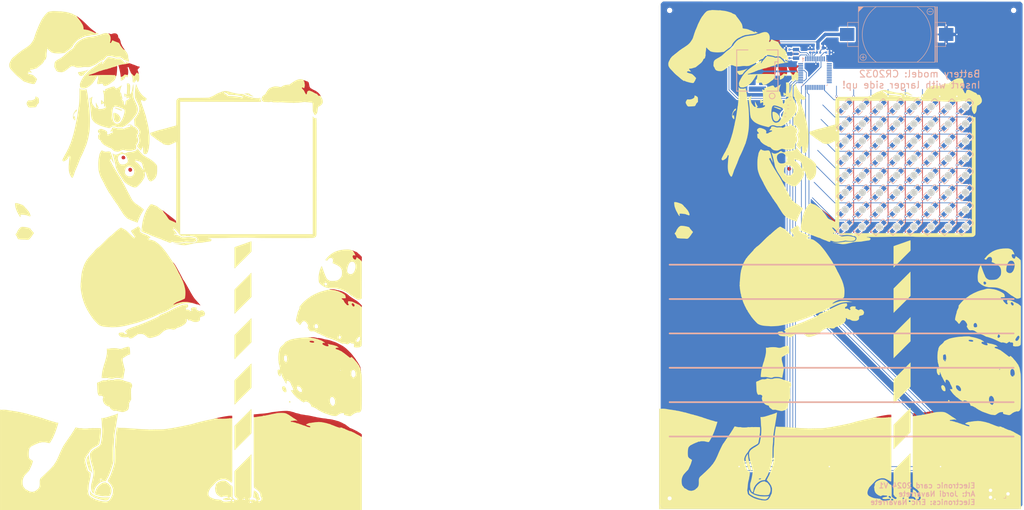
<source format=kicad_pcb>
(kicad_pcb (version 20241229) (generator "pcbnew") (generator_version "9.0")
  (title_block (comment 4 "AISLER Project ID: TZEMWLCF"))
  (layers (0 "F.Cu" signal) (2 "B.Cu" signal) (13 "F.Paste" user) (15 "B.Paste" user) (5 "F.SilkS" user "F.Silkscreen") (7 "B.SilkS" user "B.Silkscreen") (1 "F.Mask" user) (3 "B.Mask" user) (25 "Edge.Cuts" user))
  (net 0 "")
  (net 1 "GND")
  (net 2 "VCC")
  (net 3 "/R1")
  (net 4 "/R2")
  (net 5 "/R3")
  (net 6 "/R4")
  (net 7 "/R5")
  (net 8 "/R6")
  (net 9 "/R7")
  (net 10 "/SWCLK")
  (net 12 "/RESET")
  (net 13 "/SWDIO")
  (net 14 "/C1")
  (net 15 "Net-(U1-PC14)")
  (net 16 "/C2")
  (net 17 "Net-(U1-PC15)")
  (net 18 "/C3")
  (net 19 "/C4")
  (net 20 "/C5")
  (net 21 "/C6")
  (net 22 "/C7")
  (net 23 "/C0")
  (net 24 "/BTN1")
  (net 25 "/BTN2")
  (net 26 "/BTN3")
  (net 27 "/R0")
  (net 28 "Net-(U1-PA8)")
  (net 29 "Net-(U1-PA9{slash}NC)")
  (footprint "EN_Designs-Footprints:KH-6X6X5H-STM" (layer "F.Cu") (at 92.5 168 180)
    (property "Reference" "SW2" (hide yes))
    (property "Value" "SW_SPST" (hide yes))
  )
  (footprint "" (layer "F.Cu") (at 43 175)
    (property "Reference" "")
    (property "Value" "")
  )
  (footprint "EN_Designs-Footprints:JLC_PCB_Tooling_Hole" (layer "F.Cu") (at 143 33)
    (property "Reference" "REF**" (hide yes))
    (property "Value" "JLC_PCB_Tooling_Hole" (hide yes))
  )
  (footprint "EN_Designs-Footprints:jordi-christmas-girl" (layer "F.Cu") (at -99.1 104.3)
    (property "Reference" "Art" (hide yes))
    (property "Value" "Val**" (hide yes))
  )
  (footprint "EN_Designs-Footprints:KH-6X6X5H-STM" (layer "F.Cu") (at 60 168 180)
    (property "Reference" "SW1" (hide yes))
    (property "Value" "SW_SPST" (hide yes))
  )
  (footprint "EN_Designs-Footprints:jordi-christmas-girl" (layer "F.Cu") (at 92.5 104)
    (property "Reference" "Art" (hide yes))
    (property "Value" "Val**" (hide yes))
  )
  (footprint "" (layer "F.Cu") (at 43 33)
    (property "Reference" "")
    (property "Value" "")
  )
  (footprint "EN_Designs-Footprints:KH-6X6X5H-STM" (layer "F.Cu") (at 125 168 180)
    (property "Reference" "SW3" (hide yes))
    (property "Value" "SW_SPST" (hide yes))
  )
  (footprint "EN_Designs-Footprints:MHT151WDT" (layer "B.Cu") (at 109 86 -135)
    (property "Reference" "D45" (hide yes))
    (property "Value" "LED" (hide yes))
    (fp_circle (center 0 0) (end 0 1.05) (fill yes) (layer "Edge.Cuts"))
  )
  (footprint "EN_Designs-Footprints:MHT151WDT" (layer "B.Cu") (at 124 86.062499 -135)
    (property "Reference" "D42" (hide yes))
    (property "Value" "LED" (hide yes))
    (fp_circle (center 0 0) (end 0 1.05) (fill yes) (layer "Edge.Cuts"))
  )
  (footprint "EN_Designs-Footprints:MHT151WDT" (layer "B.Cu") (at 109 96 -135)
    (property "Reference" "D61" (hide yes))
    (property "Value" "LED" (hide yes))
    (fp_circle (center 0 0) (end 0 1.05) (fill yes) (layer "Edge.Cuts"))
  )
  (footprint "EN_Designs-Footprints:MHT151WDT" (layer "B.Cu") (at 104 86.062499 -135)
    (property "Reference" "D46" (hide yes))
    (property "Value" "LED" (hide yes))
    (fp_circle (center 0 0) (end 0 1.05) (fill yes) (layer "Edge.Cuts"))
  )
  (footprint "EN_Designs-Footprints:MHT151WDT" (layer "B.Cu") (at 104 91.062499 -135)
    (property "Reference" "D54" (hide yes))
    (property "Value" "LED" (hide yes))
    (fp_circle (center 0 0) (end 0 1.05) (fill yes) (layer "Edge.Cuts"))
  )
  (footprint "EN_Designs-Footprints:MHT151WDT" (layer "B.Cu") (at 109 61 -135)
    (property "Reference" "D5" (hide yes))
    (property "Value" "LED" (hide yes))
    (fp_circle (center 0 0) (end 0 1.05) (fill yes) (layer "Edge.Cuts"))
  )
  (footprint "EN_Designs-Footprints:MHT151WDT" (layer "B.Cu") (at 119 91 -135)
    (property "Reference" "D51" (hide yes))
    (property "Value" "LED" (hide yes))
    (fp_circle (center 0 0) (end 0 1.05) (fill yes) (layer "Edge.Cuts"))
  )
  (footprint "EN_Designs-Footprints:MHT151WDT" (layer "B.Cu") (at 129 71 -135)
    (property "Reference" "D17" (hide yes))
    (property "Value" "LED" (hide yes))
    (fp_circle (center 0 0) (end 0 1.05) (fill yes) (layer "Edge.Cuts"))
  )
  (footprint "Package_QFP:LQFP-48_7x7mm_P0.5mm" (layer "B.Cu") (at 85.25 51.25 -90)
    (property "Reference" "U1" (hide yes))
    (property "Value" "STM32G030C6Tx" (hide yes))
  )
  (footprint "EN_Designs-Footprints:MHT151WDT" (layer "B.Cu") (at 99 61 -135)
    (property "Reference" "D7" (hide yes))
    (property "Value" "LED" (hide yes))
    (fp_circle (center 0 0) (end 0 1.05) (fill yes) (layer "Edge.Cuts"))
  )
  (footprint "EN_Designs-Footprints:MHT151WDT" (layer "B.Cu") (at 114 91 -135)
    (property "Reference" "D52" (hide yes))
    (property "Value" "LED" (hide yes))
    (fp_circle (center 0 0) (end 0 1.05) (fill yes) (layer "Edge.Cuts"))
  )
  (footprint "EN_Designs-Footprints:MHT151WDT" (layer "B.Cu") (at 99 96 -135)
    (property "Reference" "D63" (hide yes))
    (property "Value" "LED" (hide yes))
    (fp_circle (center 0 0) (end 0 1.05) (fill yes) (layer "Edge.Cuts"))
  )
  (footprint "EN_Designs-Footprints:MHT151WDT" (layer "B.Cu") (at 94 86 -135)
    (property "Reference" "D48" (hide yes))
    (property "Value" "LED" (hide yes))
    (fp_circle (center 0 0) (end 0 1.05) (fill yes) (layer "Edge.Cuts"))
  )
  (footprint "EN_Designs-Footprints:MHT151WDT" (layer "B.Cu") (at 124 91.062499 -135)
    (property "Reference" "D50" (hide yes))
    (property "Value" "LED" (hide yes))
    (fp_circle (center 0 0) (end 0 1.05) (fill yes) (layer "Edge.Cuts"))
  )
  (footprint "EN_Designs-Footprints:MHT151WDT" (layer "B.Cu") (at 99 76 -135)
    (property "Reference" "D31" (hide yes))
    (property "Value" "LED" (hide yes))
    (fp_circle (center 0 0) (end 0 1.05) (fill yes) (layer "Edge.Cuts"))
  )
  (footprint "Capacitor_SMD:C_0402_1005Metric" (layer "B.Cu") (at 86.3 45.275)
    (property "Reference" "C2" (hide yes))
    (property "Value" "100nF" (hide yes))
  )
  (footprint "EN_Designs-Footprints:MHT151WDT" (layer "B.Cu") (at 94 81 -135)
    (property "Reference" "D40" (hide yes))
    (property "Value" "LED" (hide yes))
    (fp_circle (center 0 0) (end 0 1.05) (fill yes) (layer "Edge.Cuts"))
  )
  (footprint "Resistor_SMD:R_0603_1608Metric" (layer "B.Cu") (at 77.45 61.1)
    (property "Reference" "R2" (hide yes))
    (property "Value" "100k" (hide yes))
  )
  (footprint "EN_Designs-Footprints:MHT151WDT" (layer "B.Cu") (at 114 61 -135)
    (property "Reference" "D4" (hide yes))
    (property "Value" "LED" (hide yes))
    (fp_circle (center 0 0) (end 0 1.05) (fill yes) (layer "Edge.Cuts"))
  )
  (footprint "EN_Designs-Footprints:MHT151WDT" (layer "B.Cu") (at 129 91 -135)
    (property "Reference" "D49" (hide yes))
    (property "Value" "LED" (hide yes))
    (fp_circle (center 0 0) (end 0 1.05) (fill yes) (layer "Edge.Cuts"))
  )
  (footprint "EN_Designs-Footprints:MHT151WDT" (layer "B.Cu") (at 124 81.062499 -135)
    (property "Reference" "D34" (hide yes))
    (property "Value" "LED" (hide yes))
    (fp_circle (center 0 0) (end 0 1.05) (fill yes) (layer "Edge.Cuts"))
  )
  (footprint "EN_Designs-Footprints:MHT151WDT" (layer "B.Cu") (at 119 86 -135)
    (property "Reference" "D43" (hide yes))
    (property "Value" "LED" (hide yes))
    (fp_circle (center 0 0) (end 0 1.05) (fill yes) (layer "Edge.Cuts"))
  )
  (footprint "EN_Designs-Footprints:MHT151WDT" (layer "B.Cu") (at 119 61 -135)
    (property "Reference" "D3" (hide yes))
    (property "Value" "LED" (hide yes))
    (fp_circle (center 0 0) (end 0 1.05) (fill yes) (layer "Edge.Cuts"))
  )
  (footprint "EN_Designs-Footprints:MHT151WDT" (layer "B.Cu") (at 109 66 -135)
    (property "Reference" "D13" (hide yes))
    (property "Value" "LED" (hide yes))
    (fp_circle (center 0 0) (end 0 1.05) (fill yes) (layer "Edge.Cuts"))
  )
  (footprint "EN_Designs-Footprints:MHT151WDT" (layer "B.Cu") (at 114 66 -135)
    (property "Reference" "D12" (hide yes))
    (property "Value" "LED" (hide yes))
    (fp_circle (center 0 0) (end 0 1.05) (fill yes) (layer "Edge.Cuts"))
  )
  (footprint "EN_Designs-Footprints:MHT151WDT" (layer "B.Cu") (at 114 86 -135)
    (property "Reference" "D44" (hide yes))
    (property "Value" "LED" (hide yes))
    (fp_circle (center 0 0) (end 0 1.05) (fill yes) (layer "Edge.Cuts"))
  )
  (footprint "EN_Designs-Footprints:MHT151WDT" (layer "B.Cu") (at 129 76 -135)
    (property "Reference" "D25" (hide yes))
    (property "Value" "LED" (hide yes))
    (fp_circle (center 0 0) (end 0 1.05) (fill yes) (layer "Edge.Cuts"))
  )
  (footprint "Capacitor_SMD:C_0603_1608Metric" (layer "B.Cu") (at 86.875 43.95)
    (property "Reference" "C3" (hide yes))
    (property "Value" "10uF" (hide yes))
  )
  (footprint "EN_Designs-Footprints:MHT151WDT" (layer "B.Cu") (at 104 71.062499 -135)
    (property "Reference" "D22" (hide yes))
    (property "Value" "LED" (hide yes))
    (fp_circle (center 0 0) (end 0 1.05) (fill yes) (layer "Edge.Cuts"))
  )
  (footprint "EN_Designs-Footprints:MHT151WDT" (layer "B.Cu") (at 129 86 -135)
    (property "Reference" "D41" (hide yes))
    (property "Value" "LED" (hide yes))
    (fp_circle (center 0 0) (end 0 1.05) (fill yes) (layer "Edge.Cuts"))
  )
  (footprint "EN_Designs-Footprints:MHT151WDT" (layer "B.Cu") (at 129 81 -135)
    (property "Reference" "D33" (hide yes))
    (property "Value" "LED" (hide yes))
    (fp_circle (center 0 0) (end 0 1.05) (fill yes) (layer "Edge.Cuts"))
  )
  (footprint "EN_Designs-Footprints:MHT151WDT" (layer "B.Cu") (at 109 81 -135)
    (property "Reference" "D37" (hide yes))
    (property "Value" "LED" (hide yes))
    (fp_circle (center 0 0) (end 0 1.05) (fill yes) (layer "Edge.Cuts"))
  )
  (footprint "Connector:Tag-Connect_TC2030-IDC-NL_2x03_P1.27mm_Vertical" (layer "B.Cu") (at 138.825 173.685 180)
    (property "Reference" "J1" (hide yes))
    (property "Value" "Conn_ARM_SWD_TagConnect_TC2030-NL" (hide yes))
  )
  (footprint "EN_Designs-Footprints:MHT151WDT" (layer "B.Cu") (at 129 66 -135)
    (property "Reference" "D9" (hide yes))
    (property "Value" "LED" (hide yes))
    (fp_circle (center 0 0) (end 0 1.05) (fill yes) (layer "Edge.Cuts"))
  )
  (footprint "EN_Designs-Footprints:MHT151WDT" (layer "B.Cu") (at 119 76 -135)
    (property "Reference" "D27" (hide yes))
    (property "Value" "LED" (hide yes))
    (fp_circle (center 0 0) (end 0 1.05) (fill yes) (layer "Edge.Cuts"))
  )
  (footprint "EN_Designs-Footprints:MHT151WDT" (layer "B.Cu") (at 124 96.062499 -135)
    (property "Reference" "D58" (hide yes))
    (property "Value" "LED" (hide yes))
    (fp_circle (center 0 0) (end 0 1.05) (fill yes) (layer "Edge.Cuts"))
  )
  (footprint "EN_Designs-Footprints:MHT151WDT" (layer "B.Cu") (at 104 96.062499 -135)
    (property "Reference" "D62" (hide yes))
    (property "Value" "LED" (hide yes))
    (fp_circle (center 0 0) (end 0 1.05) (fill yes) (layer "Edge.Cuts"))
  )
  (footprint "EN_Designs-Footprints:MHT151WDT" (layer "B.Cu") (at 104 61.062499 -135)
    (property "Reference" "D6" (hide yes))
    (property "Value" "LED" (hide yes))
    (fp_circle (center 0 0) (end 0 1.05) (fill yes) (layer "Edge.Cuts"))
  )
  (footprint "EN_Designs-Footprints:MHT151WDT" (layer "B.Cu") (at 104 81.062499 -135)
    (property "Reference" "D38" (hide yes))
    (property "Value" "LED" (hide yes))
    (fp_circle (center 0 0) (end 0 1.05) (fill yes) (layer "Edge.Cuts"))
  )
  (footprint "EN_Designs-Footprints:MHT151WDT" (layer "B.Cu") (at 94 96 -135)
    (property "Reference" "D64" (hide yes))
    (property "Value" "LED" (hide yes))
    (fp_circle (center 0 0) (end 0 1.05) (fill yes) (layer "Edge.Cuts"))
  )
  (footprint "EN_Designs-Footprints:MHT151WDT" (layer "B.Cu") (at 94 66 -135)
    (property "Reference" "D16" (hide yes))
    (property "Value" "LED" (hide yes))
    (fp_circle (center 0 0) (end 0 1.05) (fill yes) (layer "Edge.Cuts"))
  )
  (footprint "EN_Designs-Footprints:MHT151WDT" (layer "B.Cu") (at 119 71 -135)
    (property "Reference" "D19" (hide yes))
    (property "Value" "LED" (hide yes))
    (fp_circle (center 0 0) (end 0 1.05) (fill yes) (layer "Edge.Cuts"))
  )
  (footprint "EN_Designs-Footprints:MHT151WDT" (layer "B.Cu") (at 119 96 -135)
    (property "Reference" "D59" (hide yes))
    (property "Value" "LED" (hide yes))
    (fp_circle (center 0 0) (end 0 1.05) (fill yes) (layer "Edge.Cuts"))
  )
  (footprint "EN_Designs-Footprints:MHT151WDT" (layer "B.Cu") (at 124 76.062499 -135)
    (property "Reference" "D26" (hide yes))
    (property "Value" "LED" (hide yes))
    (fp_circle (center 0 0) (end 0 1.05) (fill yes) (layer "Edge.Cuts"))
  )
  (footprint "Capacitor_SMD:C_0402_1005Metric" (layer "B.Cu") (at 89.025 45.25)
    (property "Reference" "C5" (hide yes))
    (property "Value" "100nF" (hide yes))
  )
  (footprint "EN_Designs-Footprints:MHT151WDT" (layer "B.Cu") (at 104 76.062499 -135)
    (property "Reference" "D30" (hide yes))
    (property "Value" "LED" (hide yes))
    (fp_circle (center 0 0) (end 0 1.05) (fill yes) (layer "Edge.Cuts"))
  )
  (footprint "Capacitor_SMD:C_0402_1005Metric" (layer "B.Cu") (at 83.85 44.775 90)
    (property "Reference" "C1" (hide yes))
    (property "Value" "100nF" (hide yes))
  )
  (footprint "EN_Designs-Footprints:MHT151WDT" (layer "B.Cu") (at 129 61 -135)
    (property "Reference" "D1" (hide yes))
    (property "Value" "LED" (hide yes))
    (fp_circle (center 0 0) (end 0 1.05) (fill yes) (layer "Edge.Cuts"))
  )
  (footprint "Crystal:Crystal_SMD_3215-2Pin_3.2x1.5mm" (layer "B.Cu") (at 79.75 45.65 -90)
    (property "Reference" "Y1" (hide yes))
    (property "Value" "Crystal" (hide yes))
  )
  (footprint "EN_Designs-Footprints:MHT151WDT" (layer "B.Cu") (at 99 81 -135)
    (property "Reference" "D39" (hide yes))
    (property "Value" "LED" (hide yes))
    (fp_circle (center 0 0) (end 0 1.05) (fill yes) (layer "Edge.Cuts"))
  )
  (footprint "EN_Designs-Footprints:MHT151WDT" (layer "B.Cu") (at 94 91 -135)
    (property "Reference" "D56" (hide yes))
    (property "Value" "LED" (hide yes))
    (fp_circle (center 0 0) (end 0 1.05) (fill yes) (layer "Edge.Cuts"))
  )
  (footprint "EN_Designs-Footprints:MHT151WDT" (layer "B.Cu") (at 114 96 -135)
    (property "Reference" "D60" (hide yes))
    (property "Value" "LED" (hide yes))
    (fp_circle (center 0 0) (end 0 1.05) (fill yes) (layer "Edge.Cuts"))
  )
  (footprint "EN_Designs-Footprints:FUET-1230" (layer "B.Cu") (at 68.5 50.5)
    (property "Reference" "LS1" (hide yes))
    (property "Value" "Speaker_Crystal" (hide yes))
  )
  (footprint "Resistor_SMD:R_0603_1608Metric" (layer "B.Cu") (at 76.625 63.45)
    (property "Reference" "R1" (hide yes))
    (property "Value" "100k" (hide yes))
  )
  (footprint "EN_Designs-Footprints:MHT151WDT" (layer "B.Cu") (at 129 96 -135)
    (property "Reference" "D57" (hide yes))
    (property "Value" "LED" (hide yes))
    (fp_circle (center 0 0) (end 0 1.05) (fill yes) (layer "Edge.Cuts"))
  )
  (footprint "EN_Designs-Footprints:MHT151WDT" (layer "B.Cu") (at 94 61 -135)
    (property "Reference" "D8" (hide yes))
    (property "Value" "LED" (hide yes))
    (fp_circle (center 0 0) (end 0 1.05) (fill yes) (layer "Edge.Cuts"))
  )
  (footprint "EN_Designs-Footprints:MHT151WDT" (layer "B.Cu") (at 109 76 -135)
    (property "Reference" "D29" (hide yes))
    (property "Value" "LED" (hide yes))
    (fp_circle (center 0 0) (end 0 1.05) (fill yes) (layer "Edge.Cuts"))
  )
  (footprint "EN_Designs-Footprints:MHT151WDT" (layer "B.Cu") (at 114 71 -135)
    (property "Reference" "D20" (hide yes))
    (property "Value" "LED" (hide yes))
    (fp_circle (center 0 0) (end 0 1.05) (fill yes) (layer "Edge.Cuts"))
  )
  (footprint "EN_Designs-Footprints:MHT151WDT" (layer "B.Cu") (at 124 71.062499 -135)
    (property "Reference" "D18" (hide yes))
    (property "Value" "LED" (hide yes))
    (fp_circle (center 0 0) (end 0 1.05) (fill yes) (layer "Edge.Cuts"))
  )
  (footprint "EN_Designs-Footprints:MHT151WDT" (layer "B.Cu") (at 104 66.062499 -135)
    (property "Reference" "D14" (hide yes))
    (property "Value" "LED" (hide yes))
    (fp_circle (center 0 0) (end 0 1.05) (fill yes) (layer "Edge.Cuts"))
  )
  (footprint "EN_Designs-Footprints:MHT151WDT" (layer "B.Cu") (at 114 81 -135)
    (property "Reference" "D36" (hide yes))
    (property "Value" "LED" (hide yes))
    (fp_circle (center 0 0) (end 0 1.05) (fill yes) (layer "Edge.Cuts"))
  )
  (footprint "EN_Designs-Footprints:MHT151WDT" (layer "B.Cu") (at 124 61.062499 -135)
    (property "Reference" "D2" (hide yes))
    (property "Value" "LED" (hide yes))
    (fp_circle (center 0 0) (end 0 1.05) (fill yes) (layer "Edge.Cuts"))
  )
  (footprint "EN_Designs-Footprints:MHT151WDT" (layer "B.Cu") (at 119 66 -135)
    (property "Reference" "D11" (hide yes))
    (property "Value" "LED" (hide yes))
    (fp_circle (center 0 0) (end 0 1.05) (fill yes) (layer "Edge.Cuts"))
  )
  (footprint "Capacitor_SMD:C_0402_1005Metric" (layer "B.Cu") (at 84.85 44.775 90)
    (property "Reference" "C4" (hide yes))
    (property "Value" "100nF" (hide yes))
  )
  (footprint "Resistor_SMD:R_0603_1608Metric" (layer "B.Cu") (at 78.1 58.6)
    (property "Reference" "R3" (hide yes))
    (property "Value" "100k" (hide yes))
  )
  (footprint "EN_Designs-Footprints:MHT151WDT" (layer "B.Cu") (at 119 81 -135)
    (property "Reference" "D35" (hide yes))
    (property "Value" "LED" (hide yes))
    (fp_circle (center 0 0) (end 0 1.05) (fill yes) (layer "Edge.Cuts"))
  )
  (footprint "Capacitor_SMD:C_0402_1005Metric" (layer "B.Cu") (at 77.35 44.4 180)
    (property "Reference" "C7" (hide yes))
    (property "Value" "15pF" (hide yes))
  )
  (footprint "EN_Designs-Footprints:MHT151WDT" (layer "B.Cu") (at 109 71 -135)
    (property "Reference" "D21" (hide yes))
    (property "Value" "LED" (hide yes))
    (fp_circle (center 0 0) (end 0 1.05) (fill yes) (layer "Edge.Cuts"))
  )
  (footprint "EN_Designs-Footprints:CR2032-BS-6-1" (layer "B.Cu") (at 109 40 180)
    (property "Reference" "BT1" (hide yes))
    (property "Value" "Battery_Cell" (hide yes))
  )
  (footprint "EN_Designs-Footprints:MHT151WDT" (layer "B.Cu") (at 94 76 -135)
    (property "Reference" "D32" (hide yes))
    (property "Value" "LED" (hide yes))
    (fp_circle (center 0 0) (end 0 1.05) (fill yes) (layer "Edge.Cuts"))
  )
  (footprint "EN_Designs-Footprints:MHT151WDT" (layer "B.Cu") (at 99 86 -135)
    (property "Reference" "D47" (hide yes))
    (property "Value" "LED" (hide yes))
    (fp_circle (center 0 0) (end 0 1.05) (fill yes) (layer "Edge.Cuts"))
  )
  (footprint "EN_Designs-Footprints:MHT151WDT" (layer "B.Cu") (at 99 91 -135)
    (property "Reference" "D55" (hide yes))
    (property "Value" "LED" (hide yes))
    (fp_circle (center 0 0) (end 0 1.05) (fill yes) (layer "Edge.Cuts"))
  )
  (footprint "EN_Designs-Footprints:MHT151WDT" (layer "B.Cu") (at 114 76 -135)
    (property "Reference" "D28" (hide yes))
    (property "Value" "LED" (hide yes))
    (fp_circle (center 0 0) (end 0 1.05) (fill yes) (layer "Edge.Cuts"))
  )
  (footprint "EN_Designs-Footprints:MHT151WDT" (layer "B.Cu") (at 124 66.062499 -135)
    (property "Reference" "D10" (hide yes))
    (property "Value" "LED" (hide yes))
    (fp_circle (center 0 0) (end 0 1.05) (fill yes) (layer "Edge.Cuts"))
  )
  (footprint "Capacitor_SMD:C_0402_1005Metric" (layer "B.Cu") (at 77.35 46.9 180)
    (property "Reference" "C6" (hide yes))
    (property "Value" "15pF" (hide yes))
  )
  (footprint "EN_Designs-Footprints:MHT151WDT" (layer "B.Cu") (at 109 91 -135)
    (property "Reference" "D53" (hide yes))
    (property "Value" "LED" (hide yes))
    (fp_circle (center 0 0) (end 0 1.05) (fill yes) (layer "Edge.Cuts"))
  )
  (footprint "EN_Designs-Footprints:MHT151WDT" (layer "B.Cu") (at 94 71 -135)
    (property "Reference" "D24" (hide yes))
    (property "Value" "LED" (hide yes))
    (fp_circle (center 0 0) (end 0 1.05) (fill yes) (layer "Edge.Cuts"))
  )
  (footprint "EN_Designs-Footprints:MHT151WDT" (layer "B.Cu") (at 99 71 -135)
    (property "Reference" "D23" (hide yes))
    (property "Value" "LED" (hide yes))
    (fp_circle (center 0 0) (end 0 1.05) (fill yes) (layer "Edge.Cuts"))
  )
  (footprint "EN_Designs-Footprints:MHT151WDT" (layer "B.Cu") (at 99 66 -135)
    (property "Reference" "D15" (hide yes))
    (property "Value" "LED" (hide yes))
    (fp_circle (center 0 0) (end 0 1.05) (fill yes) (layer "Edge.Cuts"))
  )
  (gr_line (start 143 147) (end 43 147) (stroke (width 0.5)) (layer "B.SilkS"))
  (gr_line (start 143 127) (end 43 127) (stroke (width 0.5)) (layer "B.SilkS"))
  (gr_line (start 143 117) (end 43 117) (stroke (width 0.5)) (layer "B.SilkS"))
  (gr_line (start 143 137) (end 43 137) (stroke (width 0.5)) (layer "B.SilkS"))
  (gr_line (start 143 107) (end 43 107) (stroke (width 0.5)) (layer "B.SilkS"))
  (gr_line (start 143 157) (end 43 157) (stroke (width 0.5)) (layer "B.SilkS"))
  (gr_arc (start 42 178) (mid 40.585786 177.414214) (end 40 176) (stroke (width 0.05)) (layer "Edge.Cuts"))
  (gr_line (start 42 30) (end 144 30) (stroke (width 0.05)) (layer "Edge.Cuts"))
  (gr_line (start 40 176) (end 40 32) (stroke (width 0.05)) (layer "Edge.Cuts"))
  (gr_line (start 144 178) (end 42 178) (stroke (width 0.05)) (layer "Edge.Cuts"))
  (gr_arc (start 146 176) (mid 145.414214 177.414214) (end 144 178) (stroke (width 0.05)) (layer "Edge.Cuts"))
  (gr_arc (start 144 30) (mid 145.414214 30.585786) (end 146 32) (stroke (width 0.05)) (layer "Edge.Cuts"))
  (gr_line (start 146 32) (end 146 176) (stroke (width 0.05)) (layer "Edge.Cuts"))
  (gr_arc (start 40 32) (mid 40.585786 30.585786) (end 42 30) (stroke (width 0.05)) (layer "Edge.Cuts"))
  (gr_text "Battery model: CR2032\nInsert with larger side up!" (at 133.5 55.875 0) (layer "B.SilkS") (effects (font (size 2 2) (thickness 0.3)) (justify left bottom mirror)))
  (gr_text "Electronic card 2024 V1\nArt: Jordi Navarrete\nElectronics: Eric Navarrete" (at 132 177 0) (layer "B.SilkS") (effects (font (size 1.5 1.5) (thickness 0.3)) (justify left bottom mirror)))
  (via (at 126.5 40) (size 0.6) (drill 0.4) (layers "F.Cu" "B.Cu") (net 1))
  (via (at 88.7 43.95) (size 0.6) (drill 0.4) (layers "F.Cu" "B.Cu") (net 1))
  (via (at 90.7 45.25) (size 0.6) (drill 0.4) (layers "F.Cu" "B.Cu") (net 1))
  (via (at 76.9 45.85) (size 0.6) (drill 0.4) (layers "F.Cu" "B.Cu") (net 1))
  (via (at 76.9 43.4) (size 0.6) (drill 0.4) (layers "F.Cu" "B.Cu") (net 1))
  (via (at 83.85 43.35) (size 0.6) (drill 0.4) (layers "F.Cu" "B.Cu") (net 1))
  (via (at 137.55 175.25) (size 0.6) (drill 0.4) (layers "F.Cu" "B.Cu") (net 1))
  (via (at 123.385 37.3) (size 0.6) (drill 0.4) (layers "F.Cu" "B.Cu") (net 1))
  (via (at 85.5 48.65) (size 0.6) (drill 0.4) (layers "F.Cu" "B.Cu") (net 1))
  (via (at 123.375 42.7) (size 0.6) (drill 0.4) (layers "F.Cu" "B.Cu") (net 1))
  (segment (start 89.505 45.25) (end 90.7 45.25) (width 0.2) (layer "B.Cu") (net 1))
  (segment (start 88.7 43.95) (end 87.65 43.95) (width 0.5) (layer "B.Cu") (net 1))
  (segment (start 137.55 175.25) (end 137.555 175.245) (width 0.2) (layer "B.Cu") (net 1))
  (segment (start 83.85 43.35) (end 84.3 43.35) (width 0.2) (layer "B.Cu") (net 1))
  (segment (start 123.375 40) (end 123.375 37.31) (width 1) (layer "B.Cu") (net 1))
  (segment (start 85.5 47.0875) (end 85.5 48.65) (width 0.2) (layer "B.Cu") (net 1))
  (segment (start 123.385 40) (end 123.385 42.69) (width 1) (layer "B.Cu") (net 1))
  (segment (start 86.78 45.275) (end 86.78 44.82) (width 0.2) (layer "B.Cu") (net 1))
  (segment (start 84.3 43.35) (end 84.85 43.9) (width 0.2) (layer "B.Cu") (net 1))
  (segment (start 76.87 46.9) (end 76.87 45.88) (width 0.2) (layer "B.Cu") (net 1))
  (segment (start 123.385 40) (end 126.5 40) (width 1) (layer "B.Cu") (net 1))
  (segment (start 123.385 42.69) (end 123.375 42.7) (width 1) (layer "B.Cu") (net 1))
  (segment (start 76.87 45.88) (end 76.9 45.85) (width 0.2) (layer "B.Cu") (net 1))
  (segment (start 137.555 175.245) (end 137.555 174.32) (width 0.2) (layer "B.Cu") (net 1))
  (segment (start 76.87 44.4) (end 76.87 43.43) (width 0.2) (layer "B.Cu") (net 1))
  (segment (start 84.85 43.9) (end 84.85 44.295) (width 0.2) (layer "B.Cu") (net 1))
  (segment (start 83.85 43.35) (end 83.85 44.295) (width 0.2) (layer "B.Cu") (net 1))
  (segment (start 86.78 44.82) (end 87.65 43.95) (width 0.2) (layer "B.Cu") (net 1))
  (segment (start 76.87 43.43) (end 76.9 43.4) (width 0.2) (layer "B.Cu") (net 1))
  (segment (start 60.25 45.15) (end 63.25 42.15) (width 0.2) (layer "B.Cu") (net 2))
  (segment (start 94.615 40) (end 88.25 40) (width 1) (layer "B.Cu") (net 2))
  (segment (start 83.85 45.255) (end 84.85 45.255) (width 0.2) (layer "B.Cu") (net 2))
  (segment (start 77.275 58.6) (end 62.7 58.6) (width 0.2) (layer "B.Cu") (net 2))
  (segment (start 84.5 47.0875) (end 84.5 45.605) (width 0.2) (layer "B.Cu") (net 2))
  (segment (start 85 46.095) (end 85.82 45.275) (width 0.2) (layer "B.Cu") (net 2))
  (segment (start 63.25 42.15) (end 86.1 42.15) (width 0.2) (layer "B.Cu") (net 2))
  (segment (start 77.15 159.85) (end 72.325 164.675) (width 0.2) (layer "B.Cu") (net 2))
  (segment (start 135.1 177.225) (end 138.9 177.225) (width 0.2) (layer "B.Cu") (net 2))
  (segment (start 77.275 58.6) (end 77.275 59.65) (width 0.2) (layer "B.Cu") (net 2))
  (segment (start 75.8 62.75) (end 75.8 63.45) (width 0.2) (layer "B.Cu") (net 2))
  (segment (start 76.625 60.3) (end 76.625 61.1) (width 0.2) (layer "B.Cu") (net 2))
  (segment (start 88.25 40) (end 86.1 42.15) (width 1) (layer "B.Cu") (net 2))
  (segment (start 62.225 165.4) (end 62.225 166.275) (width 0.2) (layer "B.Cu") (net 2))
  (segment (start 85 47.0875) (end 85 46.095) (width 0.2) (layer "B.Cu") (net 2))
  (segment (start 86.1 43.95) (end 86.1 43.75) (width 0.5) (layer "B.Cu") (net 2))
  (segment (start 86.1 42.15) (end 86.1 43.95) (width 1) (layer "B.Cu") (net 2))
  (segment (start 133.38 175.505) (end 135.1 177.225) (width 0.2) (layer "B.Cu") (net 2))
  (segment (start 62.85 166.9) (end 128.56 166.9) (width 0.2) (layer "B.Cu") (net 2))
  (segment (start 77.15 66.075) (end 77.15 159.85) (width 0.2) (layer "B.Cu") (net 2))
  (segment (start 77.275 59.65) (end 76.625 60.3) (width 0.2) (layer "B.Cu") (net 2))
  (segment (start 72.325 164.675) (end 62.95 164.675) (width 0.2) (layer "B.Cu") (net 2))
  (segment (start 133.38 171.72) (end 133.38 175.505) (width 0.2) (layer "B.Cu") (net 2))
  (segment (start 128.56 166.9) (end 133.38 171.72) (width 0.2) (layer "B.Cu") (net 2))
  (segment (start 84.5 45.605) (end 84.85 45.255) (width 0.2) (layer "B.Cu") (net 2))
  (segment (start 85.8 45.255) (end 85.82 45.275) (width 0.2) (layer "B.Cu") (net 2))
  (segment (start 62.225 166.275) (end 62.85 166.9) (width 0.2) (layer "B.Cu") (net 2))
  (segment (start 75.8 64.725) (end 77.15 66.075) (width 0.2) (layer "B.Cu") (net 2))
  (segment (start 84 45.405) (end 83.85 45.255) (width 0.2) (layer "B.Cu") (net 2))
  (segment (start 75.8 63.45) (end 75.8 64.725) (width 0.2) (layer "B.Cu") (net 2))
  (segment (start 140.095 176.03) (end 140.095 174.32) (width 0.2) (layer "B.Cu") (net 2))
  (segment (start 138.9 177.225) (end 140.095 176.03) (width 0.2) (layer "B.Cu") (net 2))
  (segment (start 85.82 44.23) (end 86.1 43.95) (width 0.2) (layer "B.Cu") (net 2))
  (segment (start 84.85 45.255) (end 85.8 45.255) (width 0.2) (layer "B.Cu") (net 2))
  (segment (start 85.82 45.275) (end 85.82 44.23) (width 0.2) (layer "B.Cu") (net 2))
  (segment (start 76.625 61.1) (end 76.625 61.925) (width 0.2) (layer "B.Cu") (net 2))
  (segment (start 60.25 56.15) (end 60.25 45.15) (width 0.2) (layer "B.Cu") (net 2))
  (segment (start 76.625 61.925) (end 75.8 62.75) (width 0.2) (layer "B.Cu") (net 2))
  (segment (start 62.7 58.6) (end 60.25 56.15) (width 0.2) (layer "B.Cu") (net 2))
  (segment (start 84 47.0875) (end 84 45.405) (width 0.2) (layer "B.Cu") (net 2))
  (segment (start 62.95 164.675) (end 62.225 165.4) (width 0.2) (layer "B.Cu") (net 2))
  (segment (start 124.495107 64) (end 125.278803 64.783696) (width 0.2) (layer "B.Cu") (net 3))
  (segment (start 121 64) (end 124.495107 64) (width 0.2) (layer "B.Cu") (net 3))
  (segment (start 119.557606 64) (end 120.278803 64.721197) (width 0.2) (layer "B.Cu") (net 3))
  (segment (start 91 64) (end 94.557606 64) (width 0.2) (layer "B.Cu") (net 3))
  (segment (start 104.495107 64) (end 105.278803 64.783696) (width 0.2) (layer "B.Cu") (net 3))
  (segment (start 106.062499 64) (end 109.557606 64) (width 0.2) (layer "B.Cu") (net 3))
  (segment (start 111 64) (end 114.557606 64) (width 0.2) (layer "B.Cu") (net 3))
  (segment (start 94.557606 64) (end 95.278803 64.721197) (width 0.2) (layer "B.Cu") (net 3))
  (segment (start 109.557606 64) (end 110.278803 64.721197) (width 0.2) (layer "B.Cu") (net 3))
  (segment (start 99.557606 64) (end 100.278803 64.721197) (width 0.2) (layer "B.Cu") (net 3))
  (segment (start 129.557606 64) (end 130.278803 64.721197) (width 0.2) (layer "B.Cu") (net 3))
  (segment (start 105.278803 64.783696) (end 106.062499 64) (width 0.2) (layer "B.Cu") (net 3))
  (segment (start 116 64) (end 119.557606 64) (width 0.2) (layer "B.Cu") (net 3))
  (segment (start 100.278803 64.721197) (end 101 64) (width 0.2) (layer "B.Cu") (net 3))
  (segment (start 95.278803 64.721197) (end 96 64) (width 0.2) (layer "B.Cu") (net 3))
  (segment (start 87.5 60.5) (end 91 64) (width 0.2) (layer "B.Cu") (net 3))
  (segment (start 96 64) (end 99.557606 64) (width 0.2) (layer "B.Cu") (net 3))
  (segment (start 110.278803 64.721197) (end 111 64) (width 0.2) (layer "B.Cu") (net 3))
  (segment (start 126.062499 64) (end 129.557606 64) (width 0.2) (layer "B.Cu") (net 3))
  (segment (start 114.557606 64) (end 115.278803 64.721197) (width 0.2) (layer "B.Cu") (net 3))
  (segment (start 125.278803 64.783696) (end 126.062499 64) (width 0.2) (layer "B.Cu") (net 3))
  (segment (start 101 64) (end 104.495107 64) (width 0.2) (layer "B.Cu") (net 3))
  (segment (start 120.278803 64.721197) (end 121 64) (width 0.2) (layer "B.Cu") (net 3))
  (segment (start 115.278803 64.721197) (end 116 64) (width 0.2) (layer "B.Cu") (net 3))
  (segment (start 95.278803 69.721197) (end 96 69) (width 0.2) (layer "B.Cu") (net 4))
  (segment (start 110.278803 69.721197) (end 111 69) (width 0.2) (layer "B.Cu") (net 4))
  (segment (start 125.278803 69.783696) (end 126.062499 69) (width 0.2) (layer "B.Cu") (net 4))
  (segment (start 87 64.695218) (end 91.304782 69) (width 0.2) (layer "B.Cu") (net 4))
  (segment (start 115.278803 69.721197) (end 116 69) (width 0.2) (layer "B.Cu") (net 4))
  (segment (start 129.557606 69) (end 130.278803 69.721197) (width 0.2) (layer "B.Cu") (net 4))
  (segment (start 120.278803 69.721197) (end 121 69) (width 0.2) (layer "B.Cu") (net 4))
  (segment (start 109.557606 69) (end 110.278803 69.721197) (width 0.2) (layer "B.Cu") (net 4))
  (segment (start 91.304782 69) (end 94.557606 69) (width 0.2) (layer "B.Cu") (net 4))
  (segment (start 124.495107 69) (end 125.278803 69.783696) (width 0.2) (layer "B.Cu") (net 4))
  (segment (start 121 69) (end 124.495107 69) (width 0.2) (layer "B.Cu") (net 4))
  (segment (start 100.278803 69.721197) (end 101 69) (width 0.2) (layer "B.Cu") (net 4))
  (segment (start 126.062499 69) (end 129.557606 69) (width 0.2) (layer "B.Cu") (net 4))
  (segment (start 96 69) (end 99.557606 69) (width 0.2) (layer "B.Cu") (net 4))
  (segment (start 106.062499 69) (end 109.557606 69) (width 0.2) (layer "B.Cu") (net 4))
  (segment (start 114.557606 69) (end 115.278803 69.721197) (width 0.2) (layer "B.Cu") (net 4))
  (segment (start 116 69) (end 119.557606 69) (width 0.2) (layer "B.Cu") (net 4))
  (segment (start 105.278803 69.783696) (end 106.062499 69) (width 0.2) (layer "B.Cu") (net 4))
  (segment (start 104.495107 69) (end 105.278803 69.783696) (width 0.2) (layer "B.Cu") (net 4))
  (segment (start 94.557606 69) (end 95.278803 69.721197) (width 0.2) (layer "B.Cu") (net 4))
  (segment (start 119.557606 69) (end 120.278803 69.721197) (width 0.2) (layer "B.Cu") (net 4))
  (segment (start 111 69) (end 114.557606 69) (width 0.2) (layer "B.Cu") (net 4))
  (segment (start 101 69) (end 104.495107 69) (width 0.2) (layer "B.Cu") (net 4))
  (segment (start 99.557606 69) (end 100.278803 69.721197) (width 0.2) (layer "B.Cu") (net 4))
  (segment (start 95.278803 74.721197) (end 96 74) (width 0.2) (layer "B.Cu") (net 5))
  (segment (start 120.278803 74.721197) (end 121 74) (width 0.2) (layer "B.Cu") (net 5))
  (segment (start 104.495107 74) (end 105.278803 74.783696) (width 0.2) (layer "B.Cu") (net 5))
  (segment (start 126.062499 74) (end 129.557606 74) (width 0.2) (layer "B.Cu") (net 5))
  (segment (start 99.557606 74) (end 100.278803 74.721197) (width 0.2) (layer "B.Cu") (net 5))
  (segment (start 111 74) (end 114.557606 74) (width 0.2) (layer "B.Cu") (net 5))
  (segment (start 116 74) (end 119.557606 74) (width 0.2) (layer "B.Cu") (net 5))
  (segment (start 105.278803 74.783696) (end 106.062499 74) (width 0.2) (layer "B.Cu") (net 5))
  (segment (start 115.278803 74.721197) (end 116 74) (width 0.2) (layer "B.Cu") (net 5))
  (segment (start 100.278803 74.721197) (end 101 74) (width 0.2) (layer "B.Cu") (net 5))
  (segment (start 114.557606 74) (end 115.278803 74.721197) (width 0.2) (layer "B.Cu") (net 5))
  (segment (start 106.062499 74) (end 109.557606 74) (width 0.2) (layer "B.Cu") (net 5))
  (segment (start 125.278803 74.783696) (end 126.062499 74) (width 0.2) (layer "B.Cu") (net 5))
  (segment (start 124.495107 74) (end 125.278803 74.783696) (width 0.2) (layer "B.Cu") (net 5))
  (segment (start 119.557606 74) (end 120.278803 74.721197) (width 0.2) (layer "B.Cu") (net 5))
  (segment (start 101 74) (end 104.495107 74) (width 0.2) (layer "B.Cu") (net 5))
  (segment (start 94.557606 74) (end 95.278803 74.721197) (width 0.2) (layer "B.Cu") (net 5))
  (segment (start 96 74) (end 99.557606 74) (width 0.2) (layer "B.Cu") (net 5))
  (segment (start 110.278803 74.721197) (end 111 74) (width 0.2) (layer "B.Cu") (net 5))
  (segment (start 109.557606 74) (end 110.278803 74.721197) (width 0.2) (layer "B.Cu") (net 5))
  (segment (start 129.557606 74) (end 130.278803 74.721197) (width 0.2) (layer "B.Cu") (net 5))
  (segment (start 91 74) (end 94.557606 74) (width 0.2) (layer "B.Cu") (net 5))
  (segment (start 121 74) (end 124.495107 74) (width 0.2) (layer "B.Cu") (net 5))
  (segment (start 86.5 69.5) (end 91 74) (width 0.2) (layer "B.Cu") (net 5))
  (segment (start 105.278803 79.783696) (end 106.062499 79) (width 0.2) (layer "B.Cu") (net 6))
  (segment (start 111 79) (end 114.557606 79) (width 0.2) (layer "B.Cu") (net 6))
  (segment (start 125.278803 79.783696) (end 126.062499 79) (width 0.2) (layer "B.Cu") (net 6))
  (segment (start 109.557606 79) (end 110.278803 79.721197) (width 0.2) (layer "B.Cu") (net 6))
  (segment (start 119.557606 79) (end 120.278803 79.721197) (width 0.2) (layer "B.Cu") (net 6))
  (segment (start 95.278803 79.721197) (end 96 79) (width 0.2) (layer "B.Cu") (net 6))
  (segment (start 99.557606 79) (end 100.278803 79.721197) (width 0.2) (layer "B.Cu") (net 6))
  (segment (start 91.304782 79) (end 94.557606 79) (width 0.2) (layer "B.Cu") (net 6))
  (segment (start 120.278803 79.721197) (end 121 79) (width 0.2) (layer "B.Cu") (net 6))
  (segment (start 101 79) (end 104.495107 79) (width 0.2) (layer "B.Cu") (net 6))
  (segment (start 124.495107 79) (end 125.278803 79.783696) (width 0.2) (layer "B.Cu") (net 6))
  (segment (start 86 73.695218) (end 91.304782 79) (width 0.2) (layer "B.Cu") (net 6))
  (segment (start 104.495107 79) (end 105.278803 79.783696) (width 0.2) (layer "B.Cu") (net 6))
  (segment (start 116 79) (end 119.557606 79) (width 0.2) (layer "B.Cu") (net 6))
  (segment (start 100.278803 79.721197) (end 101 79) (width 0.2) (layer "B.Cu") (net 6))
  (segment (start 115.278803 79.721197) (end 116 79) (width 0.2) (layer "B.Cu") (net 6))
  (segment (start 110.278803 79.721197) (end 111 79) (width 0.2) (layer "B.Cu") (net 6))
  (segment (start 106.062499 79) (end 109.557606 79) (width 0.2) (layer "B.Cu") (net 6))
  (segment (start 114.557606 79) (end 115.278803 79.721197) (width 0.2) (layer "B.Cu") (net 6))
  (segment (start 96 79) (end 99.557606 79) (width 0.2) (layer "B.Cu") (net 6))
  (segment (start 121 79) (end 124.495107 79) (width 0.2) (layer "B.Cu") (net 6))
  (segment (start 126.062499 79) (end 129.557606 79) (width 0.2) (layer "B.Cu") (net 6))
  (segment (start 129.557606 79) (end 130.278803 79.721197) (width 0.2) (layer "B.Cu") (net 6))
  (segment (start 94.557606 79) (end 95.278803 79.721197) (width 0.2) (layer "B.Cu") (net 6))
  (segment (start 99.557606 84) (end 100.278803 84.721197) (width 0.2) (layer "B.Cu") (net 7))
  (segment (start 94.557606 84) (end 95.278803 84.721197) (width 0.2) (layer "B.Cu") (net 7))
  (segment (start 119.557606 84) (end 120.278803 84.721197) (width 0.2) (layer "B.Cu") (net 7))
  (segment (start 124.495107 84) (end 125.278803 84.783696) (width 0.2) (layer "B.Cu") (net 7))
  (segment (start 129.557606 84) (end 130.278803 84.721197) (width 0.2) (layer "B.Cu") (net 7))
  (segment (start 101 84) (end 104.495107 84) (width 0.2) (layer "B.Cu") (net 7))
  (segment (start 91.304782 84) (end 94.557606 84) (width 0.2) (layer "B.Cu") (net 7))
  (segment (start 85.5 78.195218) (end 91.304782 84) (width 0.2) (layer "B.Cu") (net 7))
  (segment (start 111 84) (end 114.557606 84) (width 0.2) (layer "B.Cu") (net 7))
  (segment (start 100.278803 84.721197) (end 101 84) (width 0.2) (layer "B.Cu") (net 7))
  (segment (start 126.062499 84) (end 129.557606 84) (width 0.2) (layer "B.Cu") (net 7))
  (segment (start 115.278803 84.721197) (end 116 84) (width 0.2) (layer "B.Cu") (net 7))
  (segment (start 114.557606 84) (end 115.278803 84.721197) (width 0.2) (layer "B.Cu") (net 7))
  (segment (start 121 84) (end 124.495107 84) (width 0.2) (layer "B.Cu") (net 7))
  (segment (start 125.278803 84.783696) (end 126.062499 84) (width 0.2) (layer "B.Cu") (net 7))
  (segment (start 106.062499 84) (end 109.557606 84) (width 0.2) (layer "B.Cu") (net 7))
  (segment (start 105.278803 84.783696) (end 106.062499 84) (width 0.2) (layer "B.Cu") (net 7))
  (segment (start 120.278803 84.721197) (end 121 84) (width 0.2) (layer "B.Cu") (net 7))
  (segment (start 110.278803 84.721197) (end 111 84) (width 0.2) (layer "B.Cu") (net 7))
  (segment (start 96 84) (end 99.557606 84) (width 0.2) (layer "B.Cu") (net 7))
  (segment (start 109.557606 84) (end 110.278803 84.721197) (width 0.2) (layer "B.Cu") (net 7))
  (segment (start 116 84) (end 119.557606 84) (width 0.2) (layer "B.Cu") (net 7))
  (segment (start 95.278803 84.721197) (end 96 84) (width 0.2) (layer "B.Cu") (net 7))
  (segment (start 104.495107 84) (end 105.278803 84.783696) (width 0.2) (layer "B.Cu") (net 7))
  (segment (start 106.062499 89) (end 109.557606 89) (width 0.2) (layer "B.Cu") (net 8))
  (segment (start 94.557606 89) (end 95.278803 89.721197) (width 0.2) (layer "B.Cu") (net 8))
  (segment (start 104.495107 89) (end 105.278803 89.783696) (width 0.2) (layer "B.Cu") (net 8))
  (segment (start 101 89) (end 104.495107 89) (width 0.2) (layer "B.Cu") (net 8))
  (segment (start 120.278803 89.721197) (end 121 89) (width 0.2) (layer "B.Cu") (net 8))
  (segment (start 119.557606 89) (end 120.278803 89.721197) (width 0.2) (layer "B.Cu") (net 8))
  (segment (start 111 89) (end 114.557606 89) (width 0.2) (layer "B.Cu") (net 8))
  (segment (start 91 89) (end 94.557606 89) (width 0.2) (layer "B.Cu") (net 8))
  (segment (start 125.278803 89.783696) (end 126.062499 89) (width 0.2) (layer "B.Cu") (net 8))
  (segment (start 124.495107 89) (end 125.278803 89.783696) (width 0.2) (layer "B.Cu") (net 8))
  (segment (start 121 89) (end 124.495107 89) (width 0.2) (layer "B.Cu") (net 8))
  (segment (start 114.557606 89) (end 115.278803 89.721197) (width 0.2) (layer "B.Cu") (net 8))
  (segment (start 85 83) (end 91 89) (width 0.2) (layer "B.Cu") (net 8))
  (segment (start 115.278803 89.721197) (end 116 89) (width 0.2) (layer "B.Cu") (net 8))
  (segment (start 99.557606 89) (end 100.278803 89.721197) (width 0.2) (layer "B.Cu") (net 8))
  (segment (start 96 89) (end 99.557606 89) (width 0.2) (layer "B.Cu") (net 8))
  (segment (start 105.278803 89.783696) (end 106.062499 89) (width 0.2) (layer "B.Cu") (net 8))
  (segment (start 126.062499 89) (end 129.557606 89) (width 0.2) (layer "B.Cu") (net 8))
  (segment (start 110.278803 89.721197) (end 111 89) (width 0.2) (layer "B.Cu") (net 8))
  (segment (start 95.278803 89.721197) (end 96 89) (width 0.2) (layer "B.Cu") (net 8))
  (segment (start 109.557606 89) (end 110.278803 89.721197) (width 0.2) (layer "B.Cu") (net 8))
  (segment (start 129.557606 89) (end 130.278803 89.721197) (width 0.2) (layer "B.Cu") (net 8))
  (segment (start 100.278803 89.721197) (end 101 89) (width 0.2) (layer "B.Cu") (net 8))
  (segment (start 116 89) (end 119.557606 89) (width 0.2) (layer "B.Cu") (net 8))
  (segment (start 95.278803 94.721197) (end 96 94) (width 0.2) (layer "B.Cu") (net 9))
  (segment (start 129.557606 94) (end 130.278803 94.721197) (width 0.2) (layer "B.Cu") (net 9))
  (segment (start 104.495107 94) (end 105.278803 94.783696) (width 0.2) (layer "B.Cu") (net 9))
  (segment (start 106.062499 94) (end 109.557606 94) (width 0.2) (layer "B.Cu") (net 9))
  (segment (start 115.278803 94.721197) (end 116 94) (width 0.2) (layer "B.Cu") (net 9))
  (segment (start 110.278803 94.721197) (end 111 94) (width 0.2) (layer "B.Cu") (net 9))
  (segment (start 84.5 87.5) (end 91 94) (width 0.2) (layer "B.Cu") (net 9))
  (segment (start 99.557606 94) (end 100.278803 94.721197) (width 0.2) (layer "B.Cu") (net 9))
  (segment (start 111 94) (end 114.557606 94) (width 0.2) (layer "B.Cu") (net 9))
  (segment (start 109.557606 94) (end 110.278803 94.721197) (width 0.2) (layer "B.Cu") (net 9))
  (segment (start 126.062499 94) (end 129.557606 94) (width 0.2) (layer "B.Cu") (net 9))
  (segment (start 119.557606 94) (end 120.278803 94.721197) (width 0.2) (layer "B.Cu") (net 9))
  (segment (start 94.557606 94) (end 95.278803 94.721197) (width 0.2) (layer "B.Cu") (net 9))
  (segment (start 91 94) (end 94.557606 94) (width 0.2) (layer "B.Cu") (net 9))
  (segment (start 100.278803 94.721197) (end 101 94) (width 0.2) (layer "B.Cu") (net 9))
  (segment (start 124.495107 94) (end 125.278803 94.783696) (width 0.2) (layer "B.Cu") (net 9))
  (segment (start 114.557606 94) (end 115.278803 94.721197) (width 0.2) (layer "B.Cu") (net 9))
  (segment (start 125.278803 94.783696) (end 126.062499 94) (width 0.2) (layer "B.Cu") (net 9))
  (segment (start 105.278803 94.783696) (end 106.062499 94) (width 0.2) (layer "B.Cu") (net 9))
  (segment (start 116 94) (end 119.557606 94) (width 0.2) (layer "B.Cu") (net 9))
  (segment (start 101 94) (end 104.495107 94) (width 0.2) (layer "B.Cu") (net 9))
  (segment (start 121 94) (end 124.495107 94) (width 0.2) (layer "B.Cu") (net 9))
  (segment (start 120.278803 94.721197) (end 121 94) (width 0.2) (layer "B.Cu") (net 9))
  (segment (start 96 94) (end 99.557606 94) (width 0.2) (layer "B.Cu") (net 9))
  (segment (start 82.5 115.05) (end 138.825 171.375) (width 0.2) (layer "B.Cu") (net 10))
  (segment (start 138.825 171.375) (end 138.825 173.05) (width 0.2) (layer "B.Cu") (net 10))
  (segment (start 82.5 55.4125) (end 82.5 115.05) (width 0.2) (layer "B.Cu") (net 10))
  (segment (start 138.825 174.32) (end 138.825 175.675) (width 0.2) (layer "B.Cu") (net 12))
  (segment (start 138.125 176.375) (end 135.65 176.375) (width 0.2) (layer "B.Cu") (net 12))
  (segment (start 135.65 176.375) (end 134.33 175.055) (width 0.2) (layer "B.Cu") (net 12))
  (segment (start 87.938302 45.25) (end 87 46.188302) (width 0.2) (layer "B.Cu") (net 12))
  (segment (start 81.3 55.2) (end 87 49.5) (width 0.2) (layer "B.Cu") (net 12))
  (segment (start 88.545 45.25) (end 87.938302 45.25) (width 0.2) (layer "B.Cu") (net 12))
  (segment (start 134.33 171.1) (end 81.3 118.07) (width 0.2) (layer "B.Cu") (net 12))
  (segment (start 87 46.188302) (end 87 47.0875) (width 0.2) (layer "B.Cu") (net 12))
  (segment (start 87 49.5) (end 87 47.0875) (width 0.2) (layer "B.Cu") (net 12))
  (segment (start 134.33 175.055) (end 134.33 171.1) (width 0.2) (layer "B.Cu") (net 12))
  (segment (start 81.3 118.07) (end 81.3 55.2) (width 0.2) (layer "B.Cu") (net 12))
  (segment (start 138.825 175.675) (end 138.125 176.375) (width 0.2) (layer "B.Cu") (net 12))
  (segment (start 83 55.4125) (end 83 57) (width 0.2) (layer "B.Cu") (net 13))
  (segment (start 83 57) (end 83.5 57.5) (width 0.2) (layer "B.Cu") (net 13))
  (segment (start 83.5 57.5) (end 83.5 114.45) (width 0.2) (layer "B.Cu") (net 13))
  (segment (start 83.5 114.45) (end 140.095 171.045) (width 0.2) (layer "B.Cu") (net 13))
  (segment (start 140.095 171.045) (end 140.095 173.05) (width 0.2) (layer "B.Cu") (net 13))
  (segment (start 121.5 62.971197) (end 121.5 58) (width 0.2) (layer "F.Cu") (net 14))
  (segment (start 121.5 62.971197) (end 121.5 98) (width 0.2) (layer "F.Cu") (net 14))
  (via (at 121.5 73) (size 0.6) (drill 0.4) (layers "F.Cu" "B.Cu") (net 14))
  (via (at 121.5 58) (size 0.6) (drill 0.4) (layers "F.Cu" "B.Cu") (net 14))
  (via (at 121.5 93) (size 0.6) (drill 0.4) (layers "F.Cu" "B.Cu") (net 14))
  (via (at 121.5 78) (size 0.6) (drill 0.4) (layers "F.Cu" "B.Cu") (net 14))
  (via (at 121.5 88) (size 0.6) (drill 0.4) (layers "F.Cu" "B.Cu") (net 14))
  (via (at 121.5 68) (size 0.6) (drill 0.4) (layers "F.Cu" "B.Cu") (net 14))
  (via (at 121.5 98) (size 0.6) (drill 0.4) (layers "F.Cu" "B.Cu") (net 14))
  (via (at 121.5 62.971197) (size 0.6) (drill 0.4) (layers "F.Cu" "B.Cu") (net 14))
  (via (at 121.5 83) (size 0.6) (drill 0.4) (layers "F.Cu" "B.Cu") (net 14))
  (segment (start 122.721197 87.278803) (end 122 88) (width 0.2) (layer "B.Cu") (net 14))
  (segment (start 122.721197 92.278803) (end 122 93) (width 0.2) (layer "B.Cu") (net 14))
  (segment (start 122.721197 82.278803) (end 122 83) (width 0.2) (layer "B.Cu") (net 14))
  (segment (start 122 88) (end 121.5 88) (width 0.2) (layer "B.Cu") (net 14))
  (segment (start 122 83) (end 121.5 83) (width 0.2) (layer "B.Cu") (net 14))
  (segment (start 122.721197 77.278803) (end 122 78) (width 0.2) (layer "B.Cu") (net 14))
  (segment (start 122 68) (end 121.5 68) (width 0.2) (layer "B.Cu") (net 14))
  (segment (start 122 62.971197) (end 121.5 62.971197) (width 0.2) (layer "B.Cu") (net 14))
  (segment (start 122.721197 67.278803) (end 122 68) (width 0.2) (layer "B.Cu") (net 14))
  (segment (start 122.721197 97.278803) (end 122 98) (width 0.2) (layer "B.Cu") (net 14))
  (segment (start 122.721197 72.278803) (end 122 73) (width 0.2) (layer "B.Cu") (net 14))
  (segment (start 122 93) (end 121.5 93) (width 0.2) (layer "B.Cu") (net 14))
  (segment (start 121.5 56.052499) (end 121.5 58) (width 0.2) (layer "B.Cu") (net 14))
  (segment (start 122 98) (end 121.5 98) (width 0.2) (layer "B.Cu") (net 14))
  (segment (start 122 73) (end 121.5 73) (width 0.2) (layer "B.Cu") (net 14))
  (segment (start 122.721197 62.25) (end 122 62.971197) (width 0.2) (layer "B.Cu") (net 14))
  (segment (start 122 78) (end 121.5 78) (width 0.2) (layer "B.Cu") (net 14))
  (segment (start 80.137501 46.899999) (end 79.75 46.899999) (width 0.2) (layer "B.Cu") (net 15))
  (segment (start 83 46.15) (end 82.799999 45.949999) (width 0.2) (layer "B.Cu") (net 15))
  (segment (start 79.75 46.899999) (end 77.830001 46.899999) (width 0.2) (layer "B.Cu") (net 15))
  (segment (start 83 47.0875) (end 83 46.15) (width 0.2) (layer "B.Cu") (net 15))
  (segment (start 82.799999 45.949999) (end 81.087501 45.949999) (width 0.2) (layer "B.Cu") (net 15))
  (segment (start 81.087501 45.949999) (end 80.137501 46.899999) (width 0.2) (layer "B.Cu") (net 15))
  (segment (start 77.830001 46.899999) (end 77.83 46.9) (width 0.2) (layer "B.Cu") (net 15))
  (segment (start 116.5 62.971197) (end 116.5 98) (width 0.2) (layer "F.Cu") (net 16))
  (segment (start 116.5 62.971197) (end 116.5 58) (width 0.2) (layer "F.Cu") (net 16))
  (via (at 116.5 83) (size 0.6) (drill 0.4) (layers "F.Cu" "B.Cu") (net 16))
  (via (at 116.5 98) (size 0.6) (drill 0.4) (layers "F.Cu" "B.Cu") (net 16))
  (via (at 116.5 62.971197) (size 0.6) (drill 0.4) (layers "F.Cu" "B.Cu") (net 16))
  (via (at 116.5 58) (size 0.6) (drill 0.4) (layers "F.Cu" "B.Cu") (net 16))
  (via (at 116.5 73) (size 0.6) (drill 0.4) (layers "F.Cu" "B.Cu") (net 16))
  (via (at 116.5 88) (size 0.6) (drill 0.4) (layers "F.Cu" "B.Cu") (net 16))
  (via (at 116.5 78) (size 0.6) (drill 0.4) (layers "F.Cu" "B.Cu") (net 16))
  (via (at 116.5 68) (size 0.6) (drill 0.4) (layers "F.Cu" "B.Cu") (net 16))
  (via (at 116.5 93) (size 0.6) (drill 0.4) (layers "F.Cu" "B.Cu") (net 16))
  (segment (start 117.721197 72.278803) (end 117 73) (width 0.2) (layer "B.Cu") (net 16))
  (segment (start 117 68) (end 116.5 68) (width 0.2) (layer "B.Cu") (net 16))
  (segment (start 117.721197 92.278803) (end 117 93) (width 0.2) (layer "B.Cu") (net 16))
  (segment (start 117 62.971197) (end 116.5 62.971197) (width 0.2) (layer "B.Cu") (net 16))
  (segment (start 117 98) (end 116.5 98) (width 0.2) (layer "B.Cu") (net 16))
  (segment (start 117.721197 62.25) (end 117 62.971197) (width 0.2) (layer "B.Cu") (net 16))
  (segment (start 117 83) (end 116.5 83) (width 0.2) (layer "B.Cu") (net 16))
  (segment (start 116.5 55.99) (end 116.5 58) (width 0.2) (layer "B.Cu") (net 16))
  (segment (start 117 78) (end 116.5 78) (width 0.2) (layer "B.Cu") (net 16))
  (segment (start 117 93) (end 116.5 93) (width 0.2) (layer "B.Cu") (net 16))
  (segment (start 117.721197 82.278803) (end 117 83) (width 0.2) (layer "B.Cu") (net 16))
  (segment (start 117.721197 67.278803) (end 117 68) (width 0.2) (layer "B.Cu") (net 16))
  (segment (start 117.721197 97.278803) (end 117 98) (width 0.2) (layer "B.Cu") (net 16))
  (segment (start 117.721197 77.278803) (end 117 78) (width 0.2) (layer "B.Cu") (net 16))
  (segment (start 117.721197 87.278803) (end 117 88) (width 0.2) (layer "B.Cu") (net 16))
  (segment (start 117 88) (end 116.5 88) (width 0.2) (layer "B.Cu") (net 16))
  (segment (start 117 73) (end 116.5 73) (width 0.2) (layer "B.Cu") (net 16))
  (segment (start 82.855849 45.3) (end 83.5 45.944151) (width 0.2) (layer "B.Cu") (net 17))
  (segment (start 79.75 44.400001) (end 80.150001 44.400001) (width 0.2) (layer "B.Cu") (net 17))
  (segment (start 77.830001 44.400001) (end 77.83 44.4) (width 0.2) (layer "B.Cu") (net 17))
  (segment (start 81.05 45.3) (end 82.855849 45.3) (width 0.2) (layer "B.Cu") (net 17))
  (segment (start 83.5 45.944151) (end 83.5 47.0875) (width 0.2) (layer "B.Cu") (net 17))
  (segment (start 80.150001 44.400001) (end 81.05 45.3) (width 0.2) (layer "B.Cu") (net 17))
  (segment (start 79.75 44.400001) (end 77.830001 44.400001) (width 0.2) (layer "B.Cu") (net 17))
  (segment (start 111.5 62.971197) (end 111.5 58) (width 0.2) (layer "F.Cu") (net 18))
  (segment (start 111.5 62.971197) (end 111.5 98) (width 0.2) (layer "F.Cu") (net 18))
  (via (at 111.5 93) (size 0.6) (drill 0.4) (layers "F.Cu" "B.Cu") (net 18))
  (via (at 111.5 78) (size 0.6) (drill 0.4) (layers "F.Cu" "B.Cu") (net 18))
  (via (at 111.5 73) (size 0.6) (drill 0.4) (layers "F.Cu" "B.Cu") (net 18))
  (via (at 111.5 58) (size 0.6) (drill 0.4) (layers "F.Cu" "B.Cu") (net 18))
  (via (at 111.5 62.971197) (size 0.6) (drill 0.4) (layers "F.Cu" "B.Cu") (net 18))
  (via (at 111.5 88) (size 0.6) (drill 0.4) (layers "F.Cu" "B.Cu") (net 18))
  (via (at 111.5 98) (size 0.6) (drill 0.4) (layers "F.Cu" "B.Cu") (net 18))
  (via (at 111.5 83) (size 0.6) (drill 0.4) (layers "F.Cu" "B.Cu") (net 18))
  (via (at 111.5 68) (size 0.6) (drill 0.4) (layers "F.Cu" "B.Cu") (net 18))
  (segment (start 112 78) (end 111.5 78) (width 0.2) (layer "B.Cu") (net 18))
  (segment (start 112.721197 92.278803) (end 112 93) (width 0.2) (layer "B.Cu") (net 18))
  (segment (start 112 83) (end 111.5 83) (width 0.2) (layer "B.Cu") (net 18))
  (segment (start 112.721197 87.278803) (end 112 88) (width 0.2) (layer "B.Cu") (net 18))
  (segment (start 112.721197 77.278803) (end 112 78) (width 0.2) (layer "B.Cu") (net 18))
  (segment (start 112 93) (end 111.5 93) (width 0.2) (layer "B.Cu") (net 18))
  (segment (start 112.721197 97.278803) (end 112 98) (width 0.2) (layer "B.Cu") (net 18))
  (segment (start 112.721197 72.278803) (end 112 73) (width 0.2) (layer "B.Cu") (net 18))
  (segment (start 112 98) (end 111.5 98) (width 0.2) (layer "B.Cu") (net 18))
  (segment (start 112.721197 67.278803) (end 112 68) (width 0.2) (layer "B.Cu") (net 18))
  (segment (start 112.721197 82.278803) (end 112 83) (width 0.2) (layer "B.Cu") (net 18))
  (segment (start 112 68) (end 111.5 68) (width 0.2) (layer "B.Cu") (net 18))
  (segment (start 112.721197 62.25) (end 112 62.971197) (width 0.2) (layer "B.Cu") (net 18))
  (segment (start 112 73) (end 111.5 73) (width 0.2) (layer "B.Cu") (net 18))
  (segment (start 111.5 55.99) (end 111.5 58) (width 0.2) (layer "B.Cu") (net 18))
  (segment (start 112 62.971197) (end 111.5 62.971197) (width 0.2) (layer "B.Cu") (net 18))
  (segment (start 112 88) (end 111.5 88) (width 0.2) (layer "B.Cu") (net 18))
  (segment (start 106.5 62.971197) (end 106.5 58) (width 0.2) (layer "F.Cu") (net 19))
  (segment (start 106.5 62.971197) (end 106.5 98) (width 0.2) (layer "F.Cu") (net 19))
  (via (at 106.5 78) (size 0.6) (drill 0.4) (layers "F.Cu" "B.Cu") (net 19))
  (via (at 106.5 98) (size 0.6) (drill 0.4) (layers "F.Cu" "B.Cu") (net 19))
  (via (at 106.5 73) (size 0.6) (drill 0.4) (layers "F.Cu" "B.Cu") (net 19))
  (via (at 106.5 68) (size 0.6) (drill 0.4) (layers "F.Cu" "B.Cu") (net 19))
  (via (at 106.5 88) (size 0.6) (drill 0.4) (layers "F.Cu" "B.Cu") (net 19))
  (via (at 106.5 93) (size 0.6) (drill 0.4) (layers "F.Cu" "B.Cu") (net 19))
  (via (at 106.5 58) (size 0.6) (drill 0.4) (layers "F.Cu" "B.Cu") (net 19))
  (via (at 106.5 62.971197) (size 0.6) (drill 0.4) (layers "F.Cu" "B.Cu") (net 19))
  (via (at 106.5 83) (size 0.6) (drill 0.4) (layers "F.Cu" "B.Cu") (net 19))
  (segment (start 107 78) (end 106.5 78) (width 0.2) (layer "B.Cu") (net 19))
  (segment (start 107.721197 97.278803) (end 107 98) (width 0.2) (layer "B.Cu") (net 19))
  (segment (start 107.721197 92.278803) (end 107 93) (width 0.2) (layer "B.Cu") (net 19))
  (segment (start 107.721197 67.278803) (end 107 68) (width 0.2) (layer "B.Cu") (net 19))
  (segment (start 107 73) (end 106.5 73) (width 0.2) (layer "B.Cu") (net 19))
  (segment (start 107.721197 62.25) (end 107 62.971197) (width 0.2) (layer "B.Cu") (net 19))
  (segment (start 107 98) (end 106.5 98) (width 0.2) (layer "B.Cu") (net 19))
  (segment (start 107 62.971197) (end 106.5 62.971197) (width 0.2) (layer "B.Cu") (net 19))
  (segment (start 107.721197 87.278803) (end 107 88) (width 0.2) (layer "B.Cu") (net 19))
  (segment (start 107 68) (end 106.5 68) (width 0.2) (layer "B.Cu") (net 19))
  (segment (start 107.721197 72.278803) (end 107 73) (width 0.2) (layer "B.Cu") (net 19))
  (segment (start 107 88) (end 106.5 88) (width 0.2) (layer "B.Cu") (net 19))
  (segment (start 107 93) (end 106.5 93) (width 0.2) (layer "B.Cu") (net 19))
  (segment (start 107.721197 77.278803) (end 107 78) (width 0.2) (layer "B.Cu") (net 19))
  (segment (start 107.721197 82.278803) (end 107 83) (width 0.2) (layer "B.Cu") (net 19))
  (segment (start 106.5 55.99) (end 106.5 58) (width 0.2) (layer "B.Cu") (net 19))
  (segment (start 107 83) (end 106.5 83) (width 0.2) (layer "B.Cu") (net 19))
  (segment (start 101.5 62.971197) (end 101.5 58) (width 0.2) (layer "F.Cu") (net 20))
  (segment (start 101.5 62.971197) (end 101.5 98) (width 0.2) (layer "F.Cu") (net 20))
  (via (at 101.5 58) (size 0.6) (drill 0.4) (layers "F.Cu" "B.Cu") (net 20))
  (via (at 101.5 88) (size 0.6) (drill 0.4) (layers "F.Cu" "B.Cu") (net 20))
  (via (at 101.5 73) (size 0.6) (drill 0.4) (layers "F.Cu" "B.Cu") (net 20))
  (via (at 101.5 62.971197) (size 0.6) (drill 0.4) (layers "F.Cu" "B.Cu") (net 20))
  (via (at 101.5 78) (size 0.6) (drill 0.4) (layers "F.Cu" "B.Cu") (net 20))
  (via (at 101.5 98) (size 0.6) (drill 0.4) (layers "F.Cu" "B.Cu") (net 20))
  (via (at 101.5 83) (size 0.6) (drill 0.4) (layers "F.Cu" "B.Cu") (net 20))
  (via (at 101.5 68) (size 0.6) (drill 0.4) (layers "F.Cu" "B.Cu") (net 20))
  (via (at 101.5 93) (size 0.6) (drill 0.4) (layers "F.Cu" "B.Cu") (net 20))
  (segment (start 102 62.971197) (end 101.5 62.971197) (width 0.2) (layer "B.Cu") (net 20))
  (segment (start 102 98) (end 101.5 98) (width 0.2) (layer "B.Cu") (net 20))
  (segment (start 102 73) (end 101.5 73) (width 0.2) (layer "B.Cu") (net 20))
  (segment (start 102.721197 92.278803) (end 102 93) (width 0.2) (layer "B.Cu") (net 20))
  (segment (start 102 68) (end 101.5 68) (width 0.2) (layer "B.Cu") (net 20))
  (segment (start 102 78) (end 101.5 78) (width 0.2) (layer "B.Cu") (net 20))
  (segment (start 102.721197 82.278803) (end 102 83) (width 0.2) (layer "B.Cu") (net 20))
  (segment (start 102.721197 62.25) (end 102 62.971197) (width 0.2) (layer "B.Cu") (net 20))
  (segment (start 102.721197 87.278803) (end 102 88) (width 0.2) (layer "B.Cu") (net 20))
  (segment (start 102.721197 72.278803) (end 102 73) (width 0.2) (layer "B.Cu") (net 20))
  (segment (start 102.721197 77.278803) (end 102 78) (width 0.2) (layer "B.Cu") (net 20))
  (segment (start 102 93) (end 101.5 93) (width 0.2) (layer "B.Cu") (net 20))
  (segment (start 102 88) (end 101.5 88) (width 0.2) (layer "B.Cu") (net 20))
  (segment (start 102.721197 97.278803) (end 102 98) (width 0.2) (layer "B.Cu") (net 20))
  (segment (start 102.721197 67.278803) (end 102 68) (width 0.2) (layer "B.Cu") (net 20))
  (segment (start 102 83) (end 101.5 83) (width 0.2) (layer "B.Cu") (net 20))
  (segment (start 101.5 56.052499) (end 101.5 58) (width 0.2) (layer "B.Cu") (net 20))
  (segment (start 96.5 62.971197) (end 96.5 58) (width 0.2) (layer "F.Cu") (net 21))
  (segment (start 96.5 62.971197) (end 96.5 98) (width 0.2) (layer "F.Cu") (net 21))
  (via (at 96.5 62.971197) (size 0.6) (drill 0.4) (layers "F.Cu" "B.Cu") (net 21))
  (via (at 96.5 73) (size 0.6) (drill 0.4) (layers "F.Cu" "B.Cu") (net 21))
  (via (at 96.5 78) (size 0.6) (drill 0.4) (layers "F.Cu" "B.Cu") (net 21))
  (via (at 96.5 58) (size 0.6) (drill 0.4) (layers "F.Cu" "B.Cu") (net 21))
  (via (at 96.5 98) (size 0.6) (drill 0.4) (layers "F.Cu" "B.Cu") (net 21))
  (via (at 96.5 88) (size 0.6) (drill 0.4) (layers "F.Cu" "B.Cu") (net 21))
  (via (at 96.5 93) (size 0.6) (drill 0.4) (layers "F.Cu" "B.Cu") (net 21))
  (via (at 96.5 68) (size 0.6) (drill 0.4) (layers "F.Cu" "B.Cu") (net 21))
  (via (at 96.5 83) (size 0.6) (drill 0.4) (layers "F.Cu" "B.Cu") (net 21))
  (segment (start 97 93) (end 96.5 93) (width 0.2) (layer "B.Cu") (net 21))
  (segment (start 97 68) (end 96.5 68) (width 0.2) (layer "B.Cu") (net 21))
  (segment (start 97.721197 87.278803) (end 97 88) (width 0.2) (layer "B.Cu") (net 21))
  (segment (start 97.721197 62.25) (end 97 62.971197) (width 0.2) (layer "B.Cu") (net 21))
  (segment (start 97 62.971197) (end 96.5 62.971197) (width 0.2) (layer "B.Cu") (net 21))
  (segment (start 96.5 55.99) (end 96.5 58) (width 0.2) (layer "B.Cu") (net 21))
  (segment (start 97 83) (end 96.5 83) (width 0.2) (layer "B.Cu") (net 21))
  (segment (start 97.721197 82.278803) (end 97 83) (width 0.2) (layer "B.Cu") (net 21))
  (segment (start 97 78) (end 96.5 78) (width 0.2) (layer "B.Cu") (net 21))
  (segment (start 97 88) (end 96.5 88) (width 0.2) (layer "B.Cu") (net 21))
  (segment (start 97.721197 77.278803) (end 97 78) (width 0.2) (layer "B.Cu") (net 21))
  (segment (start 97.721197 72.278803) (end 97 73) (width 0.2) (layer "B.Cu") (net 21))
  (segment (start 97 73) (end 96.5 73) (width 0.2) (layer "B.Cu") (net 21))
  (segment (start 97.721197 67.278803) (end 97 68) (width 0.2) (layer "B.Cu") (net 21))
  (segment (start 97.721197 92.278803) (end 97 93) (width 0.2) (layer "B.Cu") (net 21))
  (segment (start 97.721197 97.278803) (end 97 98) (width 0.2) (layer "B.Cu") (net 21))
  (segment (start 97 98) (end 96.5 98) (width 0.2) (layer "B.Cu") (net 21))
  (segment (start 91.5 62.971197) (end 91.5 58) (width 0.2) (layer "F.Cu") (net 22))
  (segment (start 91.5 96.5) (end 91.5 97.971197) (width 0.2) (layer "F.Cu") (net 22))
  (segment (start 91.5 92.971197) (end 91.5 93) (width 0.2) (layer "F.Cu") (net 22))
  (segment (start 91.9 93.4) (end 91.9 96.1) (width 0.2) (layer "F.Cu") (net 22))
  (segment (start 91.5 93) (end 91.9 93.4) (width 0.2) (layer "F.Cu") (net 22))
  (segment (start 91.5 92.971197) (end 91.5 62.971197) (width 0.2) (layer "F.Cu") (net 22))
  (segment (start 91.9 96.1) (end 91.5 96.5) (width 0.2) (layer "F.Cu") (net 22))
  (via (at 91.5 97.971197) (size 0.6) (drill 0.4) (layers "F.Cu" "B.Cu") (net 22))
  (via (at 91.5 67.971197) (size 0.6) (drill 0.4) (layers "F.Cu" "B.Cu") (net 22))
  (via (at 91.5 82.971197) (size 0.6) (drill 0.4) (layers "F.Cu" "B.Cu") (net 22))
  (via (at 91.5 77.971197) (size 0.6) (drill 0.4) (layers "F.Cu" "B.Cu") (net 22))
  (via (at 91.5 87.971197) (size 0.6) (drill 0.4) (layers "F.Cu" "B.Cu") (net 22))
  (via (at 91.5 58) (size 0.6) (drill 0.4) (layers "F.Cu" "B.Cu") (net 22))
  (via (at 91.5 72.971197) (size 0.6) (drill 0.4) (layers "F.Cu" "B.Cu") (net 22))
  (via (at 91.5 92.971197) (size 0.6) (drill 0.4) (layers "F.Cu" "B.Cu") (net 22))
  (via (at 91.5 62.971197) (size 0.6) (drill 0.4) (layers "F.Cu" "B.Cu") (net 22))
  (segment (start 92 77.971197) (end 91.5 77.971197) (width 0.2) (layer "B.Cu") (net 22))
  (segment (start 92 87.971197) (end 91.5 87.971197) (width 0.2) (layer "B.Cu") (net 22))
  (segment (start 92.721197 87.25) (end 92 87.971197) (width 0.2) (layer "B.Cu") (net 22))
  (segment (start 92 72.971197) (end 91.5 72.971197) (width 0.2) (layer "B.Cu") (net 22))
  (segment (start 91.5 55) (end 91.5 58) (width 0.2) (layer "B.Cu") (net 22))
  (segment (start 92.721197 82.25) (end 92 82.971197) (width 0.2) (layer "B.Cu") (net 22))
  (segment (start 92.721197 77.25) (end 92 77.971197) (width 0.2) (layer "B.Cu") (net 22))
  (segment (start 92 92.971197) (end 91.5 92.971197) (width 0.2) (layer "B.Cu") (net 22))
  (segment (start 92.721197 97.25) (end 92 97.971197) (width 0.2) (layer "B.Cu") (net 22))
  (segment (start 92.721197 62.25) (end 92 62.971197) (width 0.2) (layer "B.Cu") (net 22))
  (segment (start 92 82.971197) (end 91.5 82.971197) (width 0.2) (layer "B.Cu") (net 22))
  (segment (start 92 62.971197) (end 91.5 62.971197) (width 0.2) (layer "B.Cu") (net 22))
  (segment (start 92 67.971197) (end 91.5 67.971197) (width 0.2) (layer "B.Cu") (net 22))
  (segment (start 92 97.971197) (end 91.5 97.971197) (width 0.2) (layer "B.Cu") (net 22))
  (segment (start 92.721197 92.25) (end 92 92.971197) (width 0.2) (layer "B.Cu") (net 22))
  (segment (start 92.721197 72.25) (end 92 72.971197) (width 0.2) (layer "B.Cu") (net 22))
  (segment (start 92.721197 67.25) (end 92 67.971197) (width 0.2) (layer "B.Cu") (net 22))
  (segment (start 126.5 62.971197) (end 126.5 98) (width 0.2) (layer "F.Cu") (net 23))
  (segment (start 126.5 62.971197) (end 126.5 58) (width 0.2) (layer "F.Cu") (net 23))
  (via (at 126.5 73) (size 0.6) (drill 0.4) (layers "F.Cu" "B.Cu") (net 23))
  (via (at 126.5 68) (size 0.6) (drill 0.4) (layers "F.Cu" "B.Cu") (net 23))
  (via (at 126.5 83) (size 0.6) (drill 0.4) (layers "F.Cu" "B.Cu") (net 23))
  (via (at 126.5 78) (size 0.6) (drill 0.4) (layers "F.Cu" "B.Cu") (net 23))
  (via (at 126.5 98) (size 0.6) (drill 0.4) (layers "F.Cu" "B.Cu") (net 23))
  (via (at 126.5 62.971197) (size 0.6) (drill 0.4) (layers "F.Cu" "B.Cu") (net 23))
  (via (at 126.5 58) (size 0.6) (drill 0.4) (layers "F.Cu" "B.Cu") (net 23))
  (via (at 126.5 93) (size 0.6) (drill 0.4) (layers "F.Cu" "B.Cu") (net 23))
  (via (at 126.5 88) (size 0.6) (drill 0.4) (layers "F.Cu" "B.Cu") (net 23))
  (segment (start 127.721197 92.278803) (end 127 93) (width 0.2) (layer "B.Cu") (net 23))
  (segment (start 127.721197 77.278803) (end 127 78) (width 0.2) (layer "B.Cu") (net 23))
  (segment (start 127.721197 72.278803) (end 127 73) (width 0.2) (layer "B.Cu") (net 23))
  (segment (start 127 62.971197) (end 126.5 62.971197) (width 0.2) (layer "B.Cu") (net 23))
  (segment (start 127 98) (end 126.5 98) (width 0.2) (layer "B.Cu") (net 23))
  (segment (start 127.721197 62.25) (end 127 62.971197) (width 0.2) (layer "B.Cu") (net 23))
  (segment (start 127 93) (end 126.5 93) (width 0.2) (layer "B.Cu") (net 23))
  (segment (start 127.721197 97.278803) (end 127 98) (width 0.2) (layer "B.Cu") (net 23))
  (segment (start 127 73) (end 126.5 73) (width 0.2) (layer "B.Cu") (net 23))
  (segment (start 127 78) (end 126.5 78) (width 0.2) (layer "B.Cu") (net 23))
  (segment (start 127 68) (end 126.5 68) (width 0.2) (layer "B.Cu") (net 23))
  (segment (start 126.5 55.99) (end 126.5 58) (width 0.2) (layer "B.Cu") (net 23))
  (segment (start 127 83) (end 126.5 83) (width 0.2) (layer "B.Cu") (net 23))
  (segment (start 127.721197 87.278803) (end 127 88) (width 0.2) (layer "B.Cu") (net 23))
  (segment (start 127.721197 82.278803) (end 127 83) (width 0.2) (layer "B.Cu") (net 23))
  (segment (start 127.721197 67.278803) (end 127 68) (width 0.2) (layer "B.Cu") (net 23))
  (segment (start 127 88) (end 126.5 88) (width 0.2) (layer "B.Cu") (net 23))
  (segment (start 55.5 165.75) (end 63.2 165.75) (width 0.3) (layer "F.Cu") (net 24))
  (segment (start 63.2 165.75) (end 64.5 165.75) (width 0.3) (layer "F.Cu") (net 24))
  (via (at 63.2 165.75) (size 0.6) (drill 0.4) (layers "F.Cu" "B.Cu") (net 24))
  (segment (start 77.925 54.25) (end 79.175 53) (width 0.2) (layer "B.Cu") (net 24))
  (segment (start 79.175 53) (end 81.0875 53) (width 0.2) (layer "B.Cu") (net 24))
  (segment (start 77.45 63.45) (end 77.45 60.35) (width 0.2) (layer "B.Cu") (net 24))
  (segment (start 72.925 165.75) (end 77.975 160.7) (width 0.2) (layer "B.Cu") (net 24))
  (segment (start 77.45 60.35) (end 77.925 59.875) (width 0.2) (layer "B.Cu") (net 24))
  (segment (start 63.2 165.75) (end 72.925 165.75) (width 0.2) (layer "B.Cu") (net 24))
  (segment (start 77.975 63.975) (end 77.45 63.45) (width 0.2) (layer "B.Cu") (net 24))
  (segment (start 77.925 59.875) (end 77.925 54.25) (width 0.2) (layer "B.Cu") (net 24))
  (segment (start 77.975 160.7) (end 77.975 63.975) (width 0.2) (layer "B.Cu") (net 24))
  (segment (start 89.425 165.75) (end 97 165.75) (width 0.3) (layer "F.Cu") (net 25))
  (segment (start 88 165.75) (end 89.425 165.75) (width 0.3) (layer "F.Cu") (net 25))
  (via (at 89.425 165.75) (size 0.6) (drill 0.4) (layers "F.Cu" "B.Cu") (net 25))
  (segment (start 78.275 54.775) (end 79.55 53.5) (width 0.2) (layer "B.Cu") (net 25))
  (segment (start 78.275 61.1) (end 78.275 54.775) (width 0.2) (layer "B.Cu") (net 25))
  (segment (start 82.75 51.1) (end 82.15 50.5) (width 0.2) (layer "B.Cu") (net 25))
  (segment (start 89.425 165.75) (end 83.85 165.75) (width 0.2) (layer "B.Cu") (net 25))
  (segment (start 82.15 50.5) (end 81.0875 50.5) (width 0.2) (layer "B.Cu") (net 25))
  (segment (start 78.8 160.7) (end 78.8 61.625) (width 0.2) (layer "B.Cu") (net 25))
  (segment (start 82.75 52.9) (end 82.75 51.1) (width 0.2) (layer "B.Cu") (net 25))
  (segment (start 79.55 53.5) (end 81.0875 53.5) (width 0.2) (layer "B.Cu") (net 25))
  (segment (start 78.8 61.625) (end 78.275 61.1) (width 0.2) (layer "B.Cu") (net 25))
  (segment (start 81.0875 53.5) (end 82.15 53.5) (width 0.2) (layer "B.Cu") (net 25))
  (segment (start 82.15 53.5) (end 82.75 52.9) (width 0.2) (layer "B.Cu") (net 25))
  (segment (start 83.85 165.75) (end 78.8 160.7) (width 0.2) (layer "B.Cu") (net 25))
  (segment (start 121.75 165.75) (end 129.5 165.75) (width 0.3) (layer "F.Cu") (net 26))
  (segment (start 120.5 165.75) (end 121.75 165.75) (width 0.3) (layer "F.Cu") (net 26))
  (via (at 121.75 165.75) (size 0.6) (drill 0.4) (layers "F.Cu" "B.Cu") (net 26))
  (segment (start 79.925 54) (end 81.0875 54) (width 0.2) (layer "B.Cu") (net 26))
  (segment (start 79.575 59.25) (end 79.575 159.8) (width 0.2) (layer "B.Cu") (net 26))
  (segment (start 78.925 55) (end 79.925 54) (width 0.2) (layer "B.Cu") (net 26))
  (segment (start 84.175 164.4) (end 90.275 164.4) (width 0.2) (layer "B.Cu") (net 26))
  (segment (start 91.625 165.75) (end 121.75 165.75) (width 0.2) (layer "B.Cu") (net 26))
  (segment (start 79.575 159.8) (end 84.175 164.4) (width 0.2) (layer "B.Cu") (net 26))
  (segment (start 78.925 58.6) (end 78.925 55) (width 0.2) (layer "B.Cu") (net 26))
  (segment (start 90.275 164.4) (end 91.625 165.75) (width 0.2) (layer "B.Cu") (net 26))
  (segment (start 78.925 58.6) (end 79.575 59.25) (width 0.2) (layer "B.Cu") (net 26))
  (segment (start 100.278803 59.721197) (end 101 59) (width 0.2) (layer "B.Cu") (net 27))
  (segment (start 120.278803 59.721197) (end 121 59) (width 0.2) (layer "B.Cu") (net 27))
  (segment (start 95.278803 59.721197) (end 96 59) (width 0.2) (layer "B.Cu") (net 27))
  (segment (start 111 59) (end 114.557606 59) (width 0.2) (layer "B.Cu") (net 27))
  (segment (start 88 55.4125) (end 88 56.25312) (width 0.2) (layer "B.Cu") (net 27))
  (segment (start 115.278803 59.721197) (end 116 59) (width 0.2) (layer "B.Cu") (net 27))
  (segment (start 88 56.25312) (end 90.74688 59) (width 0.2) (layer "B.Cu") (net 27))
  (segment (start 99.557606 59) (end 100.278803 59.721197) (width 0.2) (layer "B.Cu") (net 27))
  (segment (start 104.495107 59) (end 105.278803 59.783696) (width 0.2) (layer "B.Cu") (net 27))
  (segment (start 90.74688 59) (end 94.557606 59) (width 0.2) (layer "B.Cu") (net 27))
  (segment (start 96 59) (end 99.557606 59) (width 0.2) (layer "B.Cu") (net 27))
  (segment (start 110.278803 59.721197) (end 111 59) (width 0.2) (layer "B.Cu") (net 27))
  (segment (start 121 59) (end 124.495107 59) (width 0.2) (layer "B.Cu") (net 27))
  (segment (start 94.557606 59) (end 95.278803 59.721197) (width 0.2) (layer "B.Cu") (net 27))
  (segment (start 129.557606 59) (end 130.278803 59.721197) (width 0.2) (layer "B.Cu") (net 27))
  (segment (start 126.062499 59) (end 129.557606 59) (width 0.2) (layer "B.Cu") (net 27))
  (segment (start 125.278803 59.783696) (end 126.062499 59) (width 0.2) (layer "B.Cu") (net 27))
  (segment (start 106.062499 59) (end 109.557606 59) (width 0.2) (layer "B.Cu") (net 27))
  (segment (start 105.278803 59.783696) (end 106.062499 59) (width 0.2) (layer "B.Cu") (net 27))
  (segment (start 101 59) (end 104.495107 59) (width 0.2) (layer "B.Cu") (net 27))
  (segment (start 116 59) (end 119.557606 59) (width 0.2) (layer "B.Cu") (net 27))
  (segment (start 109.557606 59) (end 110.278803 59.721197) (width 0.2) (layer "B.Cu") (net 27))
  (segment (start 124.495107 59) (end 125.278803 59.783696) (width 0.2) (layer "B.Cu") (net 27))
  (segment (start 114.557606 59) (end 115.278803 59.721197) (width 0.2) (layer "B.Cu") (net 27))
  (segment (start 119.557606 59) (end 120.278803 59.721197) (width 0.2) (layer "B.Cu") (net 27))
  (zone (net 0) (net_name "") (layers "F.Cu" "B.Cu") (connect_pads (clearance 0)) (min_thickness 0.25)
    (keepout (tracks not_allowed) (vias not_allowed) (pads not_allowed) (copperpour not_allowed) (footprints not_allowed))
    (fill (thermal_gap 0.5) (thermal_bridge_width 0.5))
    (polygon (pts (xy 40.4 30) (xy 40 30) (xy 40 178) (xy 40.4 178)))
  )
  (zone (net 0) (net_name "") (layers "F.Cu" "B.Cu") (connect_pads (clearance 0)) (min_thickness 0.25)
    (keepout (tracks not_allowed) (vias not_allowed) (pads not_allowed) (copperpour not_allowed) (footprints not_allowed))
    (fill (thermal_gap 0.5) (thermal_bridge_width 0.5))
    (polygon (pts (xy 146 30) (xy 145.6 30) (xy 145.55 178) (xy 146 178)))
  )
  (zone (net 0) (net_name "") (layers "F.Cu" "B.Cu") (connect_pads (clearance 0)) (min_thickness 0.25)
    (keepout (tracks not_allowed) (vias not_allowed) (pads not_allowed) (copperpour not_allowed) (footprints not_allowed))
    (fill (thermal_gap 0.5) (thermal_bridge_width 0.5))
    (polygon (pts (xy 39.999999 177.6) (xy 40 178) (xy 146 178) (xy 146 177.55)))
  )
  (zone (net 0) (net_name "") (layers "F.Cu" "B.Cu") (connect_pads (clearance 0)) (min_thickness 0.25)
    (keepout (tracks not_allowed) (vias not_allowed) (pads not_allowed) (copperpour not_allowed) (footprints not_allowed))
    (fill (thermal_gap 0.5) (thermal_bridge_width 0.5))
    (polygon (pts (xy 39.999999 30.4) (xy 40 30) (xy 146 30) (xy 146 30.45)))
  )
  (zone (net 1) (net_name "GND") (layer "B.Cu") (connect_pads (clearance 0.4)) (min_thickness 0.3) (fill yes (thermal_gap 0.5) (thermal_bridge_width 0.5))
    (polygon (pts (xy 40 30) (xy 40 178) (xy 146 178) (xy 146 30)))
  )
)
</source>
